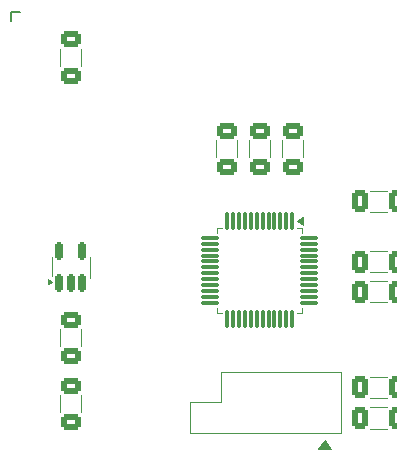
<source format=gto>
G04 #@! TF.GenerationSoftware,KiCad,Pcbnew,9.0.0*
G04 #@! TF.CreationDate,2025-05-26T23:55:01+02:00*
G04 #@! TF.ProjectId,ckbd,636b6264-2e6b-4696-9361-645f70636258,c*
G04 #@! TF.SameCoordinates,Original*
G04 #@! TF.FileFunction,Legend,Top*
G04 #@! TF.FilePolarity,Positive*
%FSLAX46Y46*%
G04 Gerber Fmt 4.6, Leading zero omitted, Abs format (unit mm)*
G04 Created by KiCad (PCBNEW 9.0.0) date 2025-05-26 23:55:01*
%MOMM*%
%LPD*%
G01*
G04 APERTURE LIST*
G04 Aperture macros list*
%AMRoundRect*
0 Rectangle with rounded corners*
0 $1 Rounding radius*
0 $2 $3 $4 $5 $6 $7 $8 $9 X,Y pos of 4 corners*
0 Add a 4 corners polygon primitive as box body*
4,1,4,$2,$3,$4,$5,$6,$7,$8,$9,$2,$3,0*
0 Add four circle primitives for the rounded corners*
1,1,$1+$1,$2,$3*
1,1,$1+$1,$4,$5*
1,1,$1+$1,$6,$7*
1,1,$1+$1,$8,$9*
0 Add four rect primitives between the rounded corners*
20,1,$1+$1,$2,$3,$4,$5,0*
20,1,$1+$1,$4,$5,$6,$7,0*
20,1,$1+$1,$6,$7,$8,$9,0*
20,1,$1+$1,$8,$9,$2,$3,0*%
G04 Aperture macros list end*
%ADD10C,0.200000*%
%ADD11C,0.100000*%
%ADD12C,0.120000*%
%ADD13RoundRect,0.250000X0.412500X0.650000X-0.412500X0.650000X-0.412500X-0.650000X0.412500X-0.650000X0*%
%ADD14RoundRect,0.250000X-0.412500X-0.650000X0.412500X-0.650000X0.412500X0.650000X-0.412500X0.650000X0*%
%ADD15RoundRect,0.250000X0.625000X-0.400000X0.625000X0.400000X-0.625000X0.400000X-0.625000X-0.400000X0*%
%ADD16R,1.700000X1.700000*%
%ADD17O,1.700000X1.700000*%
%ADD18RoundRect,0.075000X-0.075000X0.662500X-0.075000X-0.662500X0.075000X-0.662500X0.075000X0.662500X0*%
%ADD19RoundRect,0.075000X-0.662500X0.075000X-0.662500X-0.075000X0.662500X-0.075000X0.662500X0.075000X0*%
%ADD20RoundRect,0.162500X0.162500X-0.617500X0.162500X0.617500X-0.162500X0.617500X-0.162500X-0.617500X0*%
%ADD21RoundRect,0.250000X-0.625000X0.400000X-0.625000X-0.400000X0.625000X-0.400000X0.625000X0.400000X0*%
G04 APERTURE END LIST*
D10*
X105943400Y-40081200D02*
X105943400Y-40843200D01*
D11*
X133096000Y-77089000D02*
X131978400Y-77089000D01*
X132588000Y-76250800D01*
X133096000Y-77089000D01*
G36*
X133096000Y-77089000D02*
G01*
X131978400Y-77089000D01*
X132588000Y-76250800D01*
X133096000Y-77089000D01*
G37*
D10*
X106705400Y-40081200D02*
X105943400Y-40081200D01*
D12*
X137808152Y-70921200D02*
X136385648Y-70921200D01*
X137808152Y-72741200D02*
X136385648Y-72741200D01*
X136385648Y-73512000D02*
X137808152Y-73512000D01*
X136385648Y-75332000D02*
X137808152Y-75332000D01*
X126115400Y-52365264D02*
X126115400Y-50911136D01*
X127935400Y-52365264D02*
X127935400Y-50911136D01*
X123415400Y-58315200D02*
X123865400Y-58315200D01*
X123415400Y-58765200D02*
X123415400Y-58315200D01*
X123415400Y-65085200D02*
X123415400Y-65535200D01*
X123415400Y-65535200D02*
X123865400Y-65535200D01*
X130635400Y-58315200D02*
X130185400Y-58315200D01*
X130635400Y-58765200D02*
X130635400Y-58315200D01*
X130635400Y-65085200D02*
X130635400Y-65535200D01*
X130635400Y-65535200D02*
X130185400Y-65535200D01*
X130655400Y-58065200D02*
X130185400Y-57725200D01*
X130655400Y-57385200D01*
X130655400Y-58065200D01*
G36*
X130655400Y-58065200D02*
G01*
X130185400Y-57725200D01*
X130655400Y-57385200D01*
X130655400Y-58065200D01*
G37*
X109413400Y-61571200D02*
X109413400Y-60771200D01*
X109413400Y-61571200D02*
X109413400Y-62371200D01*
X112633400Y-62571200D02*
X112633400Y-60771200D01*
X109463400Y-62871200D02*
X109133400Y-63111200D01*
X109133400Y-62631200D01*
X109463400Y-62871200D01*
G36*
X109463400Y-62871200D02*
G01*
X109133400Y-63111200D01*
X109133400Y-62631200D01*
X109463400Y-62871200D01*
G37*
X121123400Y-73101200D02*
X121123400Y-75701200D01*
X121123400Y-73101200D02*
X123723400Y-73101200D01*
X123723400Y-73101200D02*
X123723400Y-70501200D01*
X133943400Y-70501200D02*
X123723400Y-70501200D01*
X133943400Y-70561200D02*
X133943400Y-75701200D01*
X133943400Y-75701200D02*
X121123400Y-75701200D01*
X137769652Y-55173200D02*
X136347148Y-55173200D01*
X137769652Y-56993200D02*
X136347148Y-56993200D01*
X110113400Y-73955264D02*
X110113400Y-72501136D01*
X111933400Y-73955264D02*
X111933400Y-72501136D01*
X137788902Y-60284750D02*
X136366398Y-60284750D01*
X137788902Y-62104750D02*
X136366398Y-62104750D01*
X128909400Y-50911136D02*
X128909400Y-52365264D01*
X130729400Y-50911136D02*
X130729400Y-52365264D01*
X137788902Y-62824750D02*
X136366398Y-62824750D01*
X137788902Y-64644750D02*
X136366398Y-64644750D01*
X123321400Y-52365264D02*
X123321400Y-50911136D01*
X125141400Y-52365264D02*
X125141400Y-50911136D01*
X110113400Y-66913136D02*
X110113400Y-68367264D01*
X111933400Y-66913136D02*
X111933400Y-68367264D01*
X110113400Y-43188936D02*
X110113400Y-44643064D01*
X111933400Y-43188936D02*
X111933400Y-44643064D01*
%LPC*%
D13*
X138659400Y-71831200D03*
X135534400Y-71831200D03*
D14*
X135534400Y-74422000D03*
X138659400Y-74422000D03*
D15*
X127025400Y-53188200D03*
X127025400Y-50088200D03*
D16*
X114833400Y-41351200D03*
D17*
X114833400Y-43891200D03*
X114833400Y-46431200D03*
X114833400Y-48971200D03*
X114833400Y-51511200D03*
X114833400Y-54051200D03*
X114833400Y-56591200D03*
X114833400Y-59131200D03*
X114833400Y-61671200D03*
X114833400Y-64211200D03*
X114833400Y-66751200D03*
X114833400Y-69291200D03*
X114833400Y-71831200D03*
X114833400Y-74371200D03*
D18*
X129775400Y-57762700D03*
X129275400Y-57762700D03*
X128775400Y-57762700D03*
X128275400Y-57762700D03*
X127775400Y-57762700D03*
X127275400Y-57762700D03*
X126775400Y-57762700D03*
X126275400Y-57762700D03*
X125775400Y-57762700D03*
X125275400Y-57762700D03*
X124775400Y-57762700D03*
X124275400Y-57762700D03*
D19*
X122862900Y-59175200D03*
X122862900Y-59675200D03*
X122862900Y-60175200D03*
X122862900Y-60675200D03*
X122862900Y-61175200D03*
X122862900Y-61675200D03*
X122862900Y-62175200D03*
X122862900Y-62675200D03*
X122862900Y-63175200D03*
X122862900Y-63675200D03*
X122862900Y-64175200D03*
X122862900Y-64675200D03*
D18*
X124275400Y-66087700D03*
X124775400Y-66087700D03*
X125275400Y-66087700D03*
X125775400Y-66087700D03*
X126275400Y-66087700D03*
X126775400Y-66087700D03*
X127275400Y-66087700D03*
X127775400Y-66087700D03*
X128275400Y-66087700D03*
X128775400Y-66087700D03*
X129275400Y-66087700D03*
X129775400Y-66087700D03*
D19*
X131187900Y-64675200D03*
X131187900Y-64175200D03*
X131187900Y-63675200D03*
X131187900Y-63175200D03*
X131187900Y-62675200D03*
X131187900Y-62175200D03*
X131187900Y-61675200D03*
X131187900Y-61175200D03*
X131187900Y-60675200D03*
X131187900Y-60175200D03*
X131187900Y-59675200D03*
X131187900Y-59175200D03*
D20*
X110073400Y-63021200D03*
X111023400Y-63021200D03*
X111973400Y-63021200D03*
X111973400Y-60321200D03*
X110073400Y-60321200D03*
D16*
X132613400Y-71831200D03*
D17*
X132613400Y-74371200D03*
X130073400Y-71831200D03*
X130073400Y-74371200D03*
X127533400Y-71831200D03*
X127533400Y-74371200D03*
X124993400Y-71831200D03*
X124993400Y-74371200D03*
X122453400Y-71831200D03*
X122453400Y-74371200D03*
D13*
X138620900Y-56083200D03*
X135495900Y-56083200D03*
D15*
X111023400Y-74778200D03*
X111023400Y-71678200D03*
D16*
X110972600Y-48971200D03*
D17*
X110972600Y-51511200D03*
X110972600Y-54051200D03*
X110972600Y-56591200D03*
D13*
X138640150Y-61194750D03*
X135515150Y-61194750D03*
D21*
X129819400Y-50088200D03*
X129819400Y-53188200D03*
D13*
X138640150Y-63734750D03*
X135515150Y-63734750D03*
D16*
X107213400Y-41351200D03*
D17*
X107213400Y-43891200D03*
X107213400Y-46431200D03*
X107213400Y-48971200D03*
X107213400Y-51511200D03*
X107213400Y-54051200D03*
X107213400Y-56591200D03*
X107213400Y-59131200D03*
X107213400Y-61671200D03*
X107213400Y-64211200D03*
X107213400Y-66751200D03*
X107213400Y-69291200D03*
X107213400Y-71831200D03*
X107213400Y-74371200D03*
D15*
X124231400Y-53188200D03*
X124231400Y-50088200D03*
D21*
X111023400Y-66090200D03*
X111023400Y-69190200D03*
X111023400Y-42366000D03*
X111023400Y-45466000D03*
%LPD*%
M02*

</source>
